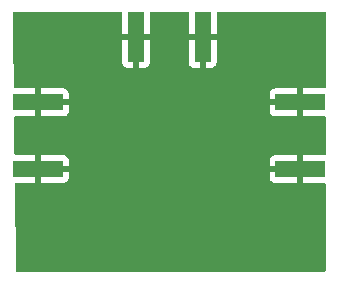
<source format=gbr>
%TF.GenerationSoftware,KiCad,Pcbnew,7.0.1*%
%TF.CreationDate,2023-06-22T18:49:49-04:00*%
%TF.ProjectId,injection-t,696e6a65-6374-4696-9f6e-2d742e6b6963,1*%
%TF.SameCoordinates,Original*%
%TF.FileFunction,Copper,L2,Bot*%
%TF.FilePolarity,Positive*%
%FSLAX46Y46*%
G04 Gerber Fmt 4.6, Leading zero omitted, Abs format (unit mm)*
G04 Created by KiCad (PCBNEW 7.0.1) date 2023-06-22 18:49:49*
%MOMM*%
%LPD*%
G01*
G04 APERTURE LIST*
%TA.AperFunction,ComponentPad*%
%ADD10C,1.016000*%
%TD*%
%TA.AperFunction,SMDPad,CuDef*%
%ADD11R,4.200000X1.350000*%
%TD*%
%TA.AperFunction,SMDPad,CuDef*%
%ADD12R,1.350000X4.200000*%
%TD*%
%TA.AperFunction,ViaPad*%
%ADD13C,0.800000*%
%TD*%
G04 APERTURE END LIST*
D10*
%TO.P,U1,1,GND*%
%TO.N,GND*%
X134753000Y-103602000D03*
X134753000Y-111222000D03*
X136150000Y-102205000D03*
X136150000Y-104872000D03*
X136150000Y-109952000D03*
X136150000Y-112492000D03*
X136150000Y-114397000D03*
X137293000Y-106142000D03*
X137293000Y-108682000D03*
X137420000Y-103602000D03*
X137420000Y-113000000D03*
X138690000Y-102205000D03*
X138690000Y-114397000D03*
X139960000Y-103602000D03*
X139960000Y-113000000D03*
X140849000Y-108301000D03*
X141230000Y-104745000D03*
X141230000Y-114397000D03*
X142500000Y-113000000D03*
X143770000Y-104745000D03*
X143770000Y-114397000D03*
X144405000Y-107793000D03*
X144405000Y-110333000D03*
X145040000Y-113000000D03*
X145548000Y-103602000D03*
X145548000Y-106523000D03*
X145548000Y-111603000D03*
X146310000Y-102205000D03*
X146310000Y-114397000D03*
X146945000Y-105253000D03*
X146945000Y-112873000D03*
%TD*%
D11*
%TO.P,J1,2,Ext*%
%TO.N,GND*%
X152837500Y-109325000D03*
X152837500Y-103675000D03*
%TD*%
%TO.P,J3,2,Ext*%
%TO.N,GND*%
X130662500Y-103675000D03*
X130662500Y-109325000D03*
%TD*%
D12*
%TO.P,J2,2,Ext*%
%TO.N,GND*%
X144575000Y-98162500D03*
X138925000Y-98162500D03*
%TD*%
D13*
%TO.N,GND*%
X132000000Y-114500000D03*
X154000000Y-112500000D03*
X152000000Y-97500000D03*
X136000000Y-97500000D03*
X134000000Y-99500000D03*
X134000000Y-97500000D03*
X150000000Y-97500000D03*
X148000000Y-116500000D03*
X150000000Y-116500000D03*
X136000000Y-116500000D03*
X146000000Y-116500000D03*
X150000000Y-114500000D03*
X152000000Y-112500000D03*
X130000000Y-97500000D03*
X154000000Y-116500000D03*
X154000000Y-101500000D03*
X132000000Y-116500000D03*
X144000000Y-116500000D03*
X132000000Y-112500000D03*
X150000000Y-112500000D03*
X148000000Y-97500000D03*
X154000000Y-97500000D03*
X138000000Y-116500000D03*
X136000000Y-99500000D03*
X134000000Y-116500000D03*
X154000000Y-114500000D03*
X130000000Y-116500000D03*
X152000000Y-116500000D03*
X130000000Y-101500000D03*
X152000000Y-101500000D03*
X150000000Y-99500000D03*
X148000000Y-99500000D03*
X132000000Y-99500000D03*
X130000000Y-99500000D03*
X130000000Y-112500000D03*
X150000000Y-101500000D03*
X132000000Y-101500000D03*
X142000000Y-116500000D03*
X130000000Y-114500000D03*
X154000000Y-99500000D03*
X152000000Y-114500000D03*
X132000000Y-97500000D03*
X152000000Y-99500000D03*
X140000000Y-116500000D03*
%TD*%
%TA.AperFunction,Conductor*%
%TO.N,GND*%
G36*
X137688000Y-96017113D02*
G01*
X137733387Y-96062500D01*
X137750000Y-96124500D01*
X137750000Y-97912500D01*
X140100000Y-97912500D01*
X140100000Y-96124500D01*
X140116613Y-96062500D01*
X140162000Y-96017113D01*
X140224000Y-96000500D01*
X143276000Y-96000500D01*
X143338000Y-96017113D01*
X143383387Y-96062500D01*
X143400000Y-96124500D01*
X143400000Y-97912500D01*
X145750000Y-97912500D01*
X145750000Y-96124500D01*
X145766613Y-96062500D01*
X145812000Y-96017113D01*
X145874000Y-96000500D01*
X154875500Y-96000500D01*
X154937500Y-96017113D01*
X154982887Y-96062500D01*
X154999500Y-96124500D01*
X154999500Y-102376000D01*
X154982887Y-102438000D01*
X154937500Y-102483387D01*
X154875500Y-102500000D01*
X153087500Y-102500000D01*
X153087500Y-104850000D01*
X154875500Y-104850000D01*
X154937500Y-104866613D01*
X154982887Y-104912000D01*
X154999500Y-104974000D01*
X154999500Y-108026000D01*
X154982887Y-108088000D01*
X154937500Y-108133387D01*
X154875500Y-108150000D01*
X153087500Y-108150000D01*
X153087500Y-110500000D01*
X154875500Y-110500000D01*
X154937500Y-110516613D01*
X154982887Y-110562000D01*
X154999500Y-110624000D01*
X154999500Y-117875500D01*
X154982887Y-117937500D01*
X154937500Y-117982887D01*
X154875500Y-117999500D01*
X128872593Y-117999500D01*
X128811000Y-117983121D01*
X128765679Y-117938312D01*
X128748601Y-117876909D01*
X128666198Y-110625409D01*
X128682336Y-110562815D01*
X128727784Y-110516848D01*
X128790190Y-110500000D01*
X130412500Y-110500000D01*
X130412500Y-109575000D01*
X130912500Y-109575000D01*
X130912500Y-110500000D01*
X132810324Y-110500000D01*
X132869875Y-110493597D01*
X133004589Y-110443352D01*
X133119688Y-110357188D01*
X133205852Y-110242089D01*
X133256097Y-110107375D01*
X133262500Y-110047824D01*
X133262500Y-109575000D01*
X150237500Y-109575000D01*
X150237500Y-110047824D01*
X150243902Y-110107375D01*
X150294147Y-110242089D01*
X150380311Y-110357188D01*
X150495410Y-110443352D01*
X150630124Y-110493597D01*
X150689676Y-110500000D01*
X152587500Y-110500000D01*
X152587500Y-109575000D01*
X150237500Y-109575000D01*
X133262500Y-109575000D01*
X130912500Y-109575000D01*
X130412500Y-109575000D01*
X130412500Y-108150000D01*
X130912500Y-108150000D01*
X130912500Y-109075000D01*
X133262500Y-109075000D01*
X150237500Y-109075000D01*
X152587500Y-109075000D01*
X152587500Y-108150000D01*
X150689676Y-108150000D01*
X150630124Y-108156402D01*
X150495410Y-108206647D01*
X150380311Y-108292811D01*
X150294147Y-108407910D01*
X150243902Y-108542624D01*
X150237500Y-108602176D01*
X150237500Y-109075000D01*
X133262500Y-109075000D01*
X133262500Y-108602176D01*
X133256097Y-108542624D01*
X133205852Y-108407910D01*
X133119688Y-108292811D01*
X133004589Y-108206647D01*
X132869875Y-108156402D01*
X132810324Y-108150000D01*
X130912500Y-108150000D01*
X130412500Y-108150000D01*
X128760667Y-108150000D01*
X128699074Y-108133621D01*
X128653753Y-108088812D01*
X128636675Y-108027409D01*
X128601993Y-104975409D01*
X128618131Y-104912815D01*
X128663579Y-104866848D01*
X128725985Y-104850000D01*
X130412500Y-104850000D01*
X130412500Y-103925000D01*
X130912500Y-103925000D01*
X130912500Y-104850000D01*
X132810324Y-104850000D01*
X132869875Y-104843597D01*
X133004589Y-104793352D01*
X133119688Y-104707188D01*
X133205852Y-104592089D01*
X133256097Y-104457375D01*
X133262500Y-104397824D01*
X133262500Y-103925000D01*
X150237500Y-103925000D01*
X150237500Y-104397824D01*
X150243902Y-104457375D01*
X150294147Y-104592089D01*
X150380311Y-104707188D01*
X150495410Y-104793352D01*
X150630124Y-104843597D01*
X150689676Y-104850000D01*
X152587500Y-104850000D01*
X152587500Y-103925000D01*
X150237500Y-103925000D01*
X133262500Y-103925000D01*
X130912500Y-103925000D01*
X130412500Y-103925000D01*
X130412500Y-102500000D01*
X130912500Y-102500000D01*
X130912500Y-103425000D01*
X133262500Y-103425000D01*
X150237500Y-103425000D01*
X152587500Y-103425000D01*
X152587500Y-102500000D01*
X150689676Y-102500000D01*
X150630124Y-102506402D01*
X150495410Y-102556647D01*
X150380311Y-102642811D01*
X150294147Y-102757910D01*
X150243902Y-102892624D01*
X150237500Y-102952176D01*
X150237500Y-103425000D01*
X133262500Y-103425000D01*
X133262500Y-102952176D01*
X133256097Y-102892624D01*
X133205852Y-102757910D01*
X133119688Y-102642811D01*
X133004589Y-102556647D01*
X132869875Y-102506402D01*
X132810324Y-102500000D01*
X130912500Y-102500000D01*
X130412500Y-102500000D01*
X128696463Y-102500000D01*
X128634870Y-102483621D01*
X128589549Y-102438812D01*
X128572471Y-102377409D01*
X128527415Y-98412500D01*
X137750000Y-98412500D01*
X137750000Y-100310324D01*
X137756402Y-100369875D01*
X137806647Y-100504589D01*
X137892811Y-100619688D01*
X138007910Y-100705852D01*
X138142624Y-100756097D01*
X138202176Y-100762500D01*
X138675000Y-100762500D01*
X138675000Y-98412500D01*
X139175000Y-98412500D01*
X139175000Y-100762500D01*
X139647824Y-100762500D01*
X139707375Y-100756097D01*
X139842089Y-100705852D01*
X139957188Y-100619688D01*
X140043352Y-100504589D01*
X140093597Y-100369875D01*
X140100000Y-100310324D01*
X140100000Y-98412500D01*
X143400000Y-98412500D01*
X143400000Y-100310324D01*
X143406402Y-100369875D01*
X143456647Y-100504589D01*
X143542811Y-100619688D01*
X143657910Y-100705852D01*
X143792624Y-100756097D01*
X143852176Y-100762500D01*
X144325000Y-100762500D01*
X144325000Y-98412500D01*
X144825000Y-98412500D01*
X144825000Y-100762500D01*
X145297824Y-100762500D01*
X145357375Y-100756097D01*
X145492089Y-100705852D01*
X145607188Y-100619688D01*
X145693352Y-100504589D01*
X145743597Y-100369875D01*
X145750000Y-100310324D01*
X145750000Y-98412500D01*
X144825000Y-98412500D01*
X144325000Y-98412500D01*
X143400000Y-98412500D01*
X140100000Y-98412500D01*
X139175000Y-98412500D01*
X138675000Y-98412500D01*
X137750000Y-98412500D01*
X128527415Y-98412500D01*
X128501431Y-96125909D01*
X128517569Y-96063315D01*
X128563017Y-96017348D01*
X128625423Y-96000500D01*
X137626000Y-96000500D01*
X137688000Y-96017113D01*
G37*
%TD.AperFunction*%
%TD*%
M02*

</source>
